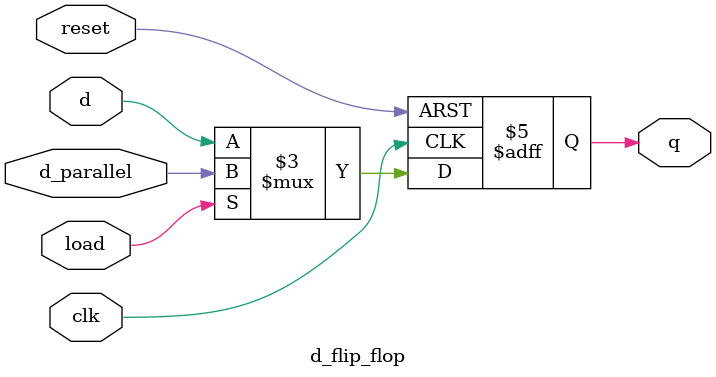
<source format=v>
module d_flip_flop (
    input wire clk,
    input wire reset,
    input wire load,
    input wire d,
    input wire d_parallel,
    output reg q
);
    always @(posedge clk or posedge reset) begin
        if (reset)
            q <= 1'b0; // Reset the output to 0
        else if (load)
            q <= d_parallel; // Load parallel data
        else
            q <= d; // Shift data
    end
endmodule

</source>
